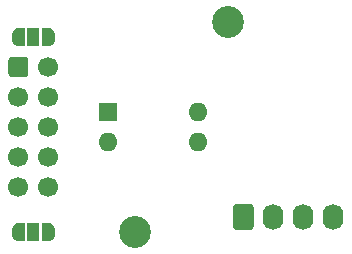
<source format=gbr>
%TF.GenerationSoftware,KiCad,Pcbnew,(5.1.8)-1*%
%TF.CreationDate,2022-04-17T09:09:35+02:00*%
%TF.ProjectId,UPDI-Adapter_V1.0,55504449-2d41-4646-9170-7465725f5631,rev?*%
%TF.SameCoordinates,Original*%
%TF.FileFunction,Soldermask,Bot*%
%TF.FilePolarity,Negative*%
%FSLAX46Y46*%
G04 Gerber Fmt 4.6, Leading zero omitted, Abs format (unit mm)*
G04 Created by KiCad (PCBNEW (5.1.8)-1) date 2022-04-17 09:09:35*
%MOMM*%
%LPD*%
G01*
G04 APERTURE LIST*
%ADD10C,1.700000*%
%ADD11O,1.740000X2.190000*%
%ADD12C,0.100000*%
%ADD13R,1.000000X1.500000*%
%ADD14C,2.700000*%
%ADD15R,1.600000X1.600000*%
%ADD16O,1.600000X1.600000*%
G04 APERTURE END LIST*
%TO.C,J1*%
G36*
G01*
X39790000Y-51400000D02*
X39790000Y-50200000D01*
G75*
G02*
X40040000Y-49950000I250000J0D01*
G01*
X41240000Y-49950000D01*
G75*
G02*
X41490000Y-50200000I0J-250000D01*
G01*
X41490000Y-51400000D01*
G75*
G02*
X41240000Y-51650000I-250000J0D01*
G01*
X40040000Y-51650000D01*
G75*
G02*
X39790000Y-51400000I0J250000D01*
G01*
G37*
D10*
X40640000Y-53340000D03*
X40640000Y-55880000D03*
X40640000Y-58420000D03*
X40640000Y-60960000D03*
X43180000Y-50800000D03*
X43180000Y-53340000D03*
X43180000Y-55880000D03*
X43180000Y-58420000D03*
X43180000Y-60960000D03*
%TD*%
%TO.C,J2*%
G36*
G01*
X58820000Y-64345001D02*
X58820000Y-62654999D01*
G75*
G02*
X59069999Y-62405000I249999J0D01*
G01*
X60310001Y-62405000D01*
G75*
G02*
X60560000Y-62654999I0J-249999D01*
G01*
X60560000Y-64345001D01*
G75*
G02*
X60310001Y-64595000I-249999J0D01*
G01*
X59069999Y-64595000D01*
G75*
G02*
X58820000Y-64345001I0J249999D01*
G01*
G37*
D11*
X62230000Y-63500000D03*
X64770000Y-63500000D03*
X67310000Y-63500000D03*
%TD*%
D12*
%TO.C,JP1*%
G36*
X43210000Y-47510602D02*
G01*
X43234534Y-47510602D01*
X43283365Y-47515412D01*
X43331490Y-47524984D01*
X43378445Y-47539228D01*
X43423778Y-47558005D01*
X43467051Y-47581136D01*
X43507850Y-47608396D01*
X43545779Y-47639524D01*
X43580476Y-47674221D01*
X43611604Y-47712150D01*
X43638864Y-47752949D01*
X43661995Y-47796222D01*
X43680772Y-47841555D01*
X43695016Y-47888510D01*
X43704588Y-47936635D01*
X43709398Y-47985466D01*
X43709398Y-48010000D01*
X43710000Y-48010000D01*
X43710000Y-48510000D01*
X43709398Y-48510000D01*
X43709398Y-48534534D01*
X43704588Y-48583365D01*
X43695016Y-48631490D01*
X43680772Y-48678445D01*
X43661995Y-48723778D01*
X43638864Y-48767051D01*
X43611604Y-48807850D01*
X43580476Y-48845779D01*
X43545779Y-48880476D01*
X43507850Y-48911604D01*
X43467051Y-48938864D01*
X43423778Y-48961995D01*
X43378445Y-48980772D01*
X43331490Y-48995016D01*
X43283365Y-49004588D01*
X43234534Y-49009398D01*
X43210000Y-49009398D01*
X43210000Y-49010000D01*
X42660000Y-49010000D01*
X42660000Y-47510000D01*
X43210000Y-47510000D01*
X43210000Y-47510602D01*
G37*
D13*
X41910000Y-48260000D03*
D12*
G36*
X41160000Y-49010000D02*
G01*
X40610000Y-49010000D01*
X40610000Y-49009398D01*
X40585466Y-49009398D01*
X40536635Y-49004588D01*
X40488510Y-48995016D01*
X40441555Y-48980772D01*
X40396222Y-48961995D01*
X40352949Y-48938864D01*
X40312150Y-48911604D01*
X40274221Y-48880476D01*
X40239524Y-48845779D01*
X40208396Y-48807850D01*
X40181136Y-48767051D01*
X40158005Y-48723778D01*
X40139228Y-48678445D01*
X40124984Y-48631490D01*
X40115412Y-48583365D01*
X40110602Y-48534534D01*
X40110602Y-48510000D01*
X40110000Y-48510000D01*
X40110000Y-48010000D01*
X40110602Y-48010000D01*
X40110602Y-47985466D01*
X40115412Y-47936635D01*
X40124984Y-47888510D01*
X40139228Y-47841555D01*
X40158005Y-47796222D01*
X40181136Y-47752949D01*
X40208396Y-47712150D01*
X40239524Y-47674221D01*
X40274221Y-47639524D01*
X40312150Y-47608396D01*
X40352949Y-47581136D01*
X40396222Y-47558005D01*
X40441555Y-47539228D01*
X40488510Y-47524984D01*
X40536635Y-47515412D01*
X40585466Y-47510602D01*
X40610000Y-47510602D01*
X40610000Y-47510000D01*
X41160000Y-47510000D01*
X41160000Y-49010000D01*
G37*
%TD*%
%TO.C,JP2*%
G36*
X41160000Y-65520000D02*
G01*
X40610000Y-65520000D01*
X40610000Y-65519398D01*
X40585466Y-65519398D01*
X40536635Y-65514588D01*
X40488510Y-65505016D01*
X40441555Y-65490772D01*
X40396222Y-65471995D01*
X40352949Y-65448864D01*
X40312150Y-65421604D01*
X40274221Y-65390476D01*
X40239524Y-65355779D01*
X40208396Y-65317850D01*
X40181136Y-65277051D01*
X40158005Y-65233778D01*
X40139228Y-65188445D01*
X40124984Y-65141490D01*
X40115412Y-65093365D01*
X40110602Y-65044534D01*
X40110602Y-65020000D01*
X40110000Y-65020000D01*
X40110000Y-64520000D01*
X40110602Y-64520000D01*
X40110602Y-64495466D01*
X40115412Y-64446635D01*
X40124984Y-64398510D01*
X40139228Y-64351555D01*
X40158005Y-64306222D01*
X40181136Y-64262949D01*
X40208396Y-64222150D01*
X40239524Y-64184221D01*
X40274221Y-64149524D01*
X40312150Y-64118396D01*
X40352949Y-64091136D01*
X40396222Y-64068005D01*
X40441555Y-64049228D01*
X40488510Y-64034984D01*
X40536635Y-64025412D01*
X40585466Y-64020602D01*
X40610000Y-64020602D01*
X40610000Y-64020000D01*
X41160000Y-64020000D01*
X41160000Y-65520000D01*
G37*
D13*
X41910000Y-64770000D03*
D12*
G36*
X43210000Y-64020602D02*
G01*
X43234534Y-64020602D01*
X43283365Y-64025412D01*
X43331490Y-64034984D01*
X43378445Y-64049228D01*
X43423778Y-64068005D01*
X43467051Y-64091136D01*
X43507850Y-64118396D01*
X43545779Y-64149524D01*
X43580476Y-64184221D01*
X43611604Y-64222150D01*
X43638864Y-64262949D01*
X43661995Y-64306222D01*
X43680772Y-64351555D01*
X43695016Y-64398510D01*
X43704588Y-64446635D01*
X43709398Y-64495466D01*
X43709398Y-64520000D01*
X43710000Y-64520000D01*
X43710000Y-65020000D01*
X43709398Y-65020000D01*
X43709398Y-65044534D01*
X43704588Y-65093365D01*
X43695016Y-65141490D01*
X43680772Y-65188445D01*
X43661995Y-65233778D01*
X43638864Y-65277051D01*
X43611604Y-65317850D01*
X43580476Y-65355779D01*
X43545779Y-65390476D01*
X43507850Y-65421604D01*
X43467051Y-65448864D01*
X43423778Y-65471995D01*
X43378445Y-65490772D01*
X43331490Y-65505016D01*
X43283365Y-65514588D01*
X43234534Y-65519398D01*
X43210000Y-65519398D01*
X43210000Y-65520000D01*
X42660000Y-65520000D01*
X42660000Y-64020000D01*
X43210000Y-64020000D01*
X43210000Y-64020602D01*
G37*
%TD*%
D14*
%TO.C,H1*%
X58420000Y-46990000D03*
%TD*%
D15*
%TO.C,SW1*%
X48260000Y-54610000D03*
D16*
X55880000Y-57150000D03*
X48260000Y-57150000D03*
X55880000Y-54610000D03*
%TD*%
D14*
%TO.C,H2*%
X50546000Y-64770000D03*
%TD*%
M02*

</source>
